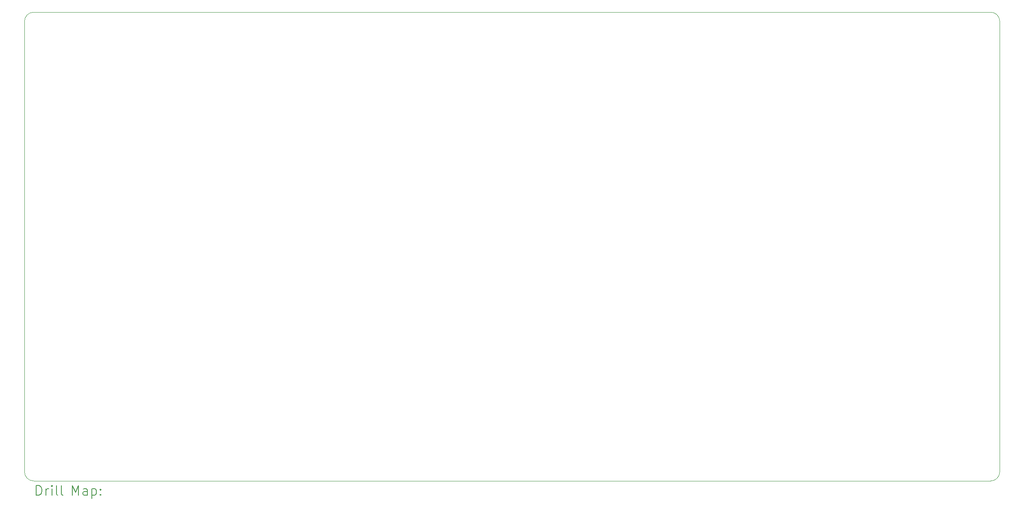
<source format=gbr>
%TF.GenerationSoftware,KiCad,Pcbnew,(7.0.0)*%
%TF.CreationDate,2024-11-17T17:29:49-08:00*%
%TF.ProjectId,multi_register,6d756c74-695f-4726-9567-69737465722e,rev?*%
%TF.SameCoordinates,Original*%
%TF.FileFunction,Drillmap*%
%TF.FilePolarity,Positive*%
%FSLAX45Y45*%
G04 Gerber Fmt 4.5, Leading zero omitted, Abs format (unit mm)*
G04 Created by KiCad (PCBNEW (7.0.0)) date 2024-11-17 17:29:49*
%MOMM*%
%LPD*%
G01*
G04 APERTURE LIST*
%ADD10C,0.050000*%
%ADD11C,0.200000*%
G04 APERTURE END LIST*
D10*
X5270500Y-14859000D02*
X25209500Y-14859000D01*
X5080000Y-14668500D02*
G75*
G03*
X5270500Y-14859000I190500J0D01*
G01*
X5080000Y-5270500D02*
X5080000Y-14668500D01*
X25209500Y-14859000D02*
G75*
G03*
X25400000Y-14668500I0J190500D01*
G01*
X5270500Y-5080000D02*
G75*
G03*
X5080000Y-5270500I0J-190500D01*
G01*
X25209500Y-5080000D02*
X5270500Y-5080000D01*
X25400000Y-5270500D02*
G75*
G03*
X25209500Y-5080000I-190500J0D01*
G01*
X25400000Y-14668500D02*
X25400000Y-5270500D01*
D11*
X5325119Y-15154976D02*
X5325119Y-14954976D01*
X5325119Y-14954976D02*
X5372738Y-14954976D01*
X5372738Y-14954976D02*
X5401310Y-14964500D01*
X5401310Y-14964500D02*
X5420357Y-14983548D01*
X5420357Y-14983548D02*
X5429881Y-15002595D01*
X5429881Y-15002595D02*
X5439405Y-15040690D01*
X5439405Y-15040690D02*
X5439405Y-15069262D01*
X5439405Y-15069262D02*
X5429881Y-15107357D01*
X5429881Y-15107357D02*
X5420357Y-15126405D01*
X5420357Y-15126405D02*
X5401310Y-15145452D01*
X5401310Y-15145452D02*
X5372738Y-15154976D01*
X5372738Y-15154976D02*
X5325119Y-15154976D01*
X5525119Y-15154976D02*
X5525119Y-15021643D01*
X5525119Y-15059738D02*
X5534643Y-15040690D01*
X5534643Y-15040690D02*
X5544167Y-15031167D01*
X5544167Y-15031167D02*
X5563214Y-15021643D01*
X5563214Y-15021643D02*
X5582262Y-15021643D01*
X5648928Y-15154976D02*
X5648928Y-15021643D01*
X5648928Y-14954976D02*
X5639405Y-14964500D01*
X5639405Y-14964500D02*
X5648928Y-14974024D01*
X5648928Y-14974024D02*
X5658452Y-14964500D01*
X5658452Y-14964500D02*
X5648928Y-14954976D01*
X5648928Y-14954976D02*
X5648928Y-14974024D01*
X5772738Y-15154976D02*
X5753690Y-15145452D01*
X5753690Y-15145452D02*
X5744167Y-15126405D01*
X5744167Y-15126405D02*
X5744167Y-14954976D01*
X5877500Y-15154976D02*
X5858452Y-15145452D01*
X5858452Y-15145452D02*
X5848928Y-15126405D01*
X5848928Y-15126405D02*
X5848928Y-14954976D01*
X6073690Y-15154976D02*
X6073690Y-14954976D01*
X6073690Y-14954976D02*
X6140357Y-15097833D01*
X6140357Y-15097833D02*
X6207024Y-14954976D01*
X6207024Y-14954976D02*
X6207024Y-15154976D01*
X6387976Y-15154976D02*
X6387976Y-15050214D01*
X6387976Y-15050214D02*
X6378452Y-15031167D01*
X6378452Y-15031167D02*
X6359405Y-15021643D01*
X6359405Y-15021643D02*
X6321309Y-15021643D01*
X6321309Y-15021643D02*
X6302262Y-15031167D01*
X6387976Y-15145452D02*
X6368928Y-15154976D01*
X6368928Y-15154976D02*
X6321309Y-15154976D01*
X6321309Y-15154976D02*
X6302262Y-15145452D01*
X6302262Y-15145452D02*
X6292738Y-15126405D01*
X6292738Y-15126405D02*
X6292738Y-15107357D01*
X6292738Y-15107357D02*
X6302262Y-15088309D01*
X6302262Y-15088309D02*
X6321309Y-15078786D01*
X6321309Y-15078786D02*
X6368928Y-15078786D01*
X6368928Y-15078786D02*
X6387976Y-15069262D01*
X6483214Y-15021643D02*
X6483214Y-15221643D01*
X6483214Y-15031167D02*
X6502262Y-15021643D01*
X6502262Y-15021643D02*
X6540357Y-15021643D01*
X6540357Y-15021643D02*
X6559405Y-15031167D01*
X6559405Y-15031167D02*
X6568928Y-15040690D01*
X6568928Y-15040690D02*
X6578452Y-15059738D01*
X6578452Y-15059738D02*
X6578452Y-15116881D01*
X6578452Y-15116881D02*
X6568928Y-15135928D01*
X6568928Y-15135928D02*
X6559405Y-15145452D01*
X6559405Y-15145452D02*
X6540357Y-15154976D01*
X6540357Y-15154976D02*
X6502262Y-15154976D01*
X6502262Y-15154976D02*
X6483214Y-15145452D01*
X6664167Y-15135928D02*
X6673690Y-15145452D01*
X6673690Y-15145452D02*
X6664167Y-15154976D01*
X6664167Y-15154976D02*
X6654643Y-15145452D01*
X6654643Y-15145452D02*
X6664167Y-15135928D01*
X6664167Y-15135928D02*
X6664167Y-15154976D01*
X6664167Y-15031167D02*
X6673690Y-15040690D01*
X6673690Y-15040690D02*
X6664167Y-15050214D01*
X6664167Y-15050214D02*
X6654643Y-15040690D01*
X6654643Y-15040690D02*
X6664167Y-15031167D01*
X6664167Y-15031167D02*
X6664167Y-15050214D01*
M02*

</source>
